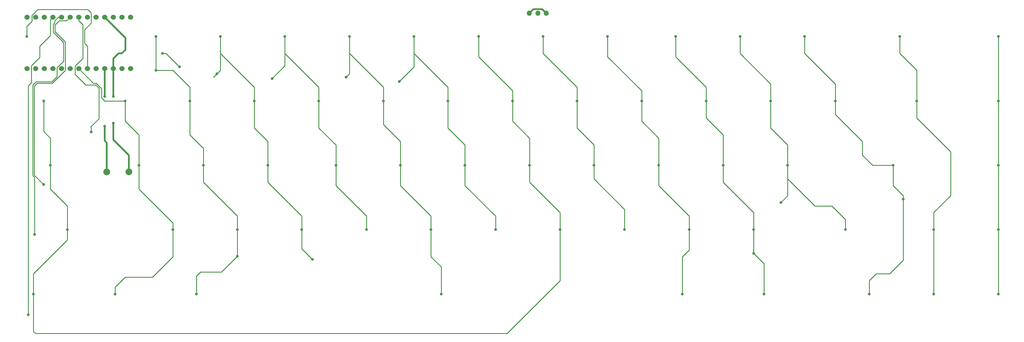
<source format=gtl>
G04 #@! TF.GenerationSoftware,KiCad,Pcbnew,(5.1.4)-1*
G04 #@! TF.CreationDate,2021-12-30T21:43:56+09:00*
G04 #@! TF.ProjectId,gl65,676c3635-2e6b-4696-9361-645f70636258,rev?*
G04 #@! TF.SameCoordinates,Original*
G04 #@! TF.FileFunction,Copper,L1,Top*
G04 #@! TF.FilePolarity,Positive*
%FSLAX46Y46*%
G04 Gerber Fmt 4.6, Leading zero omitted, Abs format (unit mm)*
G04 Created by KiCad (PCBNEW (5.1.4)-1) date 2021-12-30 21:43:56*
%MOMM*%
%LPD*%
G04 APERTURE LIST*
%ADD10C,1.524000*%
%ADD11C,2.000000*%
%ADD12O,1.500000X1.500000*%
%ADD13C,0.800000*%
%ADD14C,0.250000*%
%ADD15C,0.500000*%
G04 APERTURE END LIST*
D10*
X49026750Y-35488600D03*
X46486750Y-35488600D03*
X43946750Y-35488600D03*
X41406750Y-35488600D03*
X38866750Y-35488600D03*
X36326750Y-35488600D03*
X33786750Y-35488600D03*
X31246750Y-35488600D03*
X28706750Y-35488600D03*
X26166750Y-35488600D03*
X23626750Y-35488600D03*
X21086750Y-35488600D03*
X21086750Y-20268600D03*
X23626750Y-20268600D03*
X26166750Y-20268600D03*
X28706750Y-20268600D03*
X31246750Y-20268600D03*
X33786750Y-20268600D03*
X36326750Y-20268600D03*
X38866750Y-20268600D03*
X41406750Y-20268600D03*
X43946750Y-20268600D03*
X46486750Y-20268600D03*
X49026750Y-20268600D03*
X51566750Y-20268600D03*
X51566750Y-35488600D03*
D11*
X51070000Y-65980000D03*
X44570000Y-65980000D03*
D12*
X168950000Y-19100000D03*
X171450000Y-19100000D03*
X173950000Y-19100000D03*
D13*
X61000000Y-31000000D03*
X66000000Y-35000000D03*
X39967500Y-54162500D03*
X25980000Y-69640000D03*
X23300000Y-84410000D03*
X21460000Y-108090000D03*
X173831250Y-19050000D03*
X169068750Y-19050000D03*
X46486750Y-43686750D03*
X46486750Y-51513250D03*
X23000000Y-102000000D03*
X178000000Y-83000000D03*
X33000000Y-83000000D03*
X28000000Y-64000000D03*
X169000000Y-64000000D03*
X164000000Y-45000000D03*
X26000000Y-45000000D03*
X154000000Y-26000000D03*
X21000000Y-26000000D03*
X47000000Y-102000000D03*
X197000000Y-83000000D03*
X64000000Y-83000000D03*
X54000000Y-64000000D03*
X188000000Y-64000000D03*
X50000000Y-45000000D03*
X183000000Y-45000000D03*
X173000000Y-26000000D03*
X59000000Y-26000000D03*
X71000000Y-102000000D03*
X83000000Y-83000000D03*
X73000000Y-64000000D03*
X69000000Y-45000000D03*
X214000000Y-102000000D03*
X216000000Y-83000000D03*
X207000000Y-64000000D03*
X202000000Y-45000000D03*
X192000000Y-26000000D03*
X82985000Y-90815000D03*
X59000000Y-36000000D03*
X102000000Y-83000000D03*
X92000000Y-64000000D03*
X88000000Y-45000000D03*
X78000000Y-26000000D03*
X238000000Y-102000000D03*
X235000000Y-83000000D03*
X226000000Y-64000000D03*
X221000000Y-45000000D03*
X212000000Y-26000000D03*
X105130000Y-91750000D03*
X235000000Y-90000000D03*
X77000000Y-37000000D03*
X121000000Y-83000000D03*
X112000000Y-64000000D03*
X107000000Y-45000000D03*
X97000000Y-26000000D03*
X262000000Y-83000000D03*
X245000000Y-64000000D03*
X240000000Y-45000000D03*
X231000000Y-26000000D03*
X243000000Y-75000000D03*
X93200020Y-38400020D03*
X143000000Y-102000000D03*
X140000000Y-83000000D03*
X131000000Y-64000000D03*
X126000000Y-45000000D03*
X116000000Y-26000000D03*
X269000000Y-102000000D03*
X276000000Y-64000000D03*
X259000000Y-45000000D03*
X250000000Y-26000000D03*
X279000000Y-74000000D03*
X115000000Y-38000000D03*
X159000000Y-83000000D03*
X150000000Y-64000000D03*
X145000000Y-45000000D03*
X135000000Y-26000000D03*
X288000000Y-102000000D03*
X288000000Y-83000000D03*
X283000000Y-45000000D03*
X278000000Y-26000000D03*
X130640040Y-39300040D03*
X307000000Y-102000000D03*
X307000000Y-83000000D03*
X307000000Y-64000000D03*
X307000000Y-45000000D03*
X307000000Y-26000000D03*
X43946750Y-43656750D03*
X43946750Y-52446750D03*
D14*
X61000000Y-31000000D02*
X62000000Y-31000000D01*
X62000000Y-31000000D02*
X66000000Y-35000000D01*
X66000000Y-35000000D02*
X66000000Y-35000000D01*
X39840000Y-52660000D02*
X39967500Y-52787500D01*
X42240000Y-41260000D02*
X42240000Y-50260000D01*
X39967500Y-52787500D02*
X39967500Y-54162500D01*
X42240000Y-50260000D02*
X39840000Y-52660000D01*
X36326750Y-21346230D02*
X37500000Y-22519480D01*
X36326750Y-20268600D02*
X36326750Y-21346230D01*
X37500000Y-22519480D02*
X37500000Y-32460000D01*
X35239749Y-34720251D02*
X35239749Y-37200251D01*
X37500000Y-32460000D02*
X35239749Y-34720251D01*
X38349498Y-40310000D02*
X41290000Y-40310000D01*
X35239749Y-37200251D02*
X38349498Y-40310000D01*
X41290000Y-40310000D02*
X42240000Y-41260000D01*
X32699749Y-21355601D02*
X33786750Y-20268600D01*
X30553397Y-21355601D02*
X32699749Y-21355601D01*
X29289999Y-22618999D02*
X30553397Y-21355601D01*
X29289999Y-24519999D02*
X29289999Y-22618999D01*
X32329999Y-27559999D02*
X29289999Y-24519999D01*
X32329999Y-34963087D02*
X32329999Y-27559999D01*
X32333751Y-34966839D02*
X32329999Y-34963087D01*
X23260000Y-66920000D02*
X23260000Y-40610000D01*
X25980000Y-69640000D02*
X23260000Y-66920000D01*
X23260000Y-40610000D02*
X24070000Y-39800000D01*
X24070000Y-39800000D02*
X28544112Y-39800000D01*
X28544112Y-39800000D02*
X32333751Y-36010361D01*
X32333751Y-36010361D02*
X32333751Y-34966839D01*
X28839989Y-22432599D02*
X28839990Y-24706400D01*
X29260000Y-22012588D02*
X28839989Y-22432599D01*
X29260000Y-21324112D02*
X29260000Y-22012588D01*
X31246750Y-20268600D02*
X30315512Y-20268600D01*
X30315512Y-20268600D02*
X29260000Y-21324112D01*
X28839990Y-24706400D02*
X31879989Y-27746399D01*
X29900000Y-35226588D02*
X29900000Y-37807702D01*
X31879989Y-27746399D02*
X31879989Y-33246599D01*
X31879989Y-33246599D02*
X29900000Y-35226588D01*
X29900000Y-37807702D02*
X28357712Y-39349990D01*
X28357712Y-39349990D02*
X24160000Y-39349990D01*
X24160000Y-39349990D02*
X23760010Y-39349990D01*
X22809990Y-67106400D02*
X23300000Y-67596410D01*
X23760010Y-39349990D02*
X22809990Y-40300010D01*
X22809990Y-40300010D02*
X22809990Y-67106400D01*
X23300000Y-67596410D02*
X23300000Y-84410000D01*
X23300000Y-84410000D02*
X23300000Y-84410000D01*
X27944751Y-21030599D02*
X27944751Y-25715249D01*
X28706750Y-20268600D02*
X27944751Y-21030599D01*
X24820001Y-28839999D02*
X24820001Y-32159999D01*
X27944751Y-25715249D02*
X24820001Y-28839999D01*
X24820001Y-32159999D02*
X22380000Y-34600000D01*
X22380000Y-34600000D02*
X22380000Y-39610000D01*
X22380000Y-39610000D02*
X21460000Y-40530000D01*
X21460000Y-40530000D02*
X21460000Y-108090000D01*
X21460000Y-108090000D02*
X21460000Y-108090000D01*
D15*
X169468749Y-18650001D02*
X169068750Y-19050000D01*
X170218751Y-17899999D02*
X169468749Y-18650001D01*
X172749999Y-17899999D02*
X170218751Y-17899999D01*
X173950000Y-19100000D02*
X172749999Y-17899999D01*
X46486750Y-32513250D02*
X46486750Y-35488600D01*
X48000000Y-31000000D02*
X46486750Y-32513250D01*
X49000000Y-31000000D02*
X48000000Y-31000000D01*
X50075001Y-29924999D02*
X49000000Y-31000000D01*
X43946750Y-20268600D02*
X50075001Y-26396851D01*
X50075001Y-26396851D02*
X50075001Y-29924999D01*
X46486750Y-35488600D02*
X46486750Y-43686750D01*
X46486750Y-43686750D02*
X46486750Y-43686750D01*
X46486750Y-51513250D02*
X46486750Y-56486750D01*
X51070000Y-61070000D02*
X51070000Y-65980000D01*
X46486750Y-56486750D02*
X51070000Y-61070000D01*
D14*
X154000000Y-26000000D02*
X154000000Y-32000000D01*
X154000000Y-32000000D02*
X164000000Y-42000000D01*
X164000000Y-42000000D02*
X164000000Y-45000000D01*
X169000000Y-56000000D02*
X169000000Y-64000000D01*
X164000000Y-45000000D02*
X164000000Y-51000000D01*
X164000000Y-51000000D02*
X169000000Y-56000000D01*
X169000000Y-64000000D02*
X169000000Y-69000000D01*
X169000000Y-69000000D02*
X178000000Y-78000000D01*
X178000000Y-78000000D02*
X178000000Y-83000000D01*
X28000000Y-56000000D02*
X28000000Y-64000000D01*
X26000000Y-45000000D02*
X26000000Y-54000000D01*
X26000000Y-54000000D02*
X28000000Y-56000000D01*
X28000000Y-64000000D02*
X28000000Y-71000000D01*
X28000000Y-71000000D02*
X33000000Y-76000000D01*
X33000000Y-76000000D02*
X33000000Y-83000000D01*
X23000000Y-96000000D02*
X23000000Y-102000000D01*
X33000000Y-83000000D02*
X33000000Y-86000000D01*
X33000000Y-86000000D02*
X23000000Y-96000000D01*
X178000000Y-98000000D02*
X178000000Y-83000000D01*
X162374999Y-113625001D02*
X178000000Y-98000000D01*
X23625001Y-113625001D02*
X162374999Y-113625001D01*
X23000000Y-102000000D02*
X23000000Y-113000000D01*
X23000000Y-113000000D02*
X23625001Y-113625001D01*
X40000000Y-19000000D02*
X39000000Y-18000000D01*
X40000000Y-22000000D02*
X40000000Y-19000000D01*
X38000000Y-24000000D02*
X40000000Y-22000000D01*
X38000000Y-28000000D02*
X38000000Y-24000000D01*
X38866750Y-35488600D02*
X38866750Y-28866750D01*
X38866750Y-28866750D02*
X38000000Y-28000000D01*
X39000000Y-18000000D02*
X24286588Y-18000000D01*
X22539749Y-19746839D02*
X22539749Y-21460251D01*
X24286588Y-18000000D02*
X22539749Y-19746839D01*
X22539749Y-21460251D02*
X21000000Y-23000000D01*
X21000000Y-23000000D02*
X21000000Y-26000000D01*
X21000000Y-26000000D02*
X21000000Y-26000000D01*
X173000000Y-26000000D02*
X173000000Y-31000000D01*
X173000000Y-31000000D02*
X183000000Y-41000000D01*
X183000000Y-41000000D02*
X183000000Y-45000000D01*
X197000000Y-77000000D02*
X197000000Y-83000000D01*
X188000000Y-68000000D02*
X197000000Y-77000000D01*
X188000000Y-58000000D02*
X188000000Y-68000000D01*
X183000000Y-45000000D02*
X183000000Y-53000000D01*
X183000000Y-53000000D02*
X188000000Y-58000000D01*
X50000000Y-45000000D02*
X50000000Y-51000000D01*
X50000000Y-51000000D02*
X54000000Y-55000000D01*
X54000000Y-55000000D02*
X54000000Y-64000000D01*
X54000000Y-64000000D02*
X54000000Y-71000000D01*
X54000000Y-71000000D02*
X64000000Y-81000000D01*
X64000000Y-81000000D02*
X64000000Y-83000000D01*
X47000000Y-100000000D02*
X47000000Y-102000000D01*
X50000000Y-97000000D02*
X47000000Y-100000000D01*
X58000000Y-97000000D02*
X50000000Y-97000000D01*
X64000000Y-83000000D02*
X64000000Y-91000000D01*
X64000000Y-91000000D02*
X58000000Y-97000000D01*
X36326750Y-35488600D02*
X40588139Y-39749989D01*
X40588139Y-39749989D02*
X41419989Y-39749989D01*
X41419989Y-39749989D02*
X43030000Y-41360000D01*
X43030000Y-41360000D02*
X43030000Y-44080000D01*
X43950000Y-45000000D02*
X50000000Y-45000000D01*
X43030000Y-44080000D02*
X43950000Y-45000000D01*
X192000000Y-32000000D02*
X202000000Y-42000000D01*
X202000000Y-42000000D02*
X202000000Y-45000000D01*
X216000000Y-79000000D02*
X216000000Y-83000000D01*
X207000000Y-70000000D02*
X216000000Y-79000000D01*
X207000000Y-56000000D02*
X207000000Y-70000000D01*
X202000000Y-45000000D02*
X202000000Y-51000000D01*
X202000000Y-51000000D02*
X207000000Y-56000000D01*
X216000000Y-83000000D02*
X216000000Y-89000000D01*
X216000000Y-89000000D02*
X214000000Y-91000000D01*
X214000000Y-91000000D02*
X214000000Y-102000000D01*
X69000000Y-41000000D02*
X69000000Y-45000000D01*
X73000000Y-59000000D02*
X73000000Y-64000000D01*
X69000000Y-45000000D02*
X69000000Y-55000000D01*
X69000000Y-55000000D02*
X73000000Y-59000000D01*
X73000000Y-64000000D02*
X73000000Y-69000000D01*
X73000000Y-69000000D02*
X83000000Y-79000000D01*
X83000000Y-79000000D02*
X83000000Y-83000000D01*
X83000000Y-83000000D02*
X83000000Y-90800000D01*
X83000000Y-90800000D02*
X82985000Y-90815000D01*
X78300000Y-95500000D02*
X72200000Y-95500000D01*
X71000000Y-96700000D02*
X71000000Y-102000000D01*
X72200000Y-95500000D02*
X71000000Y-96700000D01*
X192000000Y-26000000D02*
X192000000Y-31300000D01*
X192000000Y-31300000D02*
X192000000Y-32000000D01*
X82985000Y-90815000D02*
X78300000Y-95500000D01*
X59000000Y-26000000D02*
X59000000Y-34000000D01*
X59000000Y-34000000D02*
X59000000Y-36000000D01*
X59000000Y-36000000D02*
X59000000Y-36000000D01*
X64000000Y-36000000D02*
X69000000Y-41000000D01*
X59000000Y-36000000D02*
X64000000Y-36000000D01*
X212000000Y-26000000D02*
X212000000Y-32000000D01*
X212000000Y-32000000D02*
X221000000Y-41000000D01*
X221000000Y-41000000D02*
X221000000Y-45000000D01*
X221000000Y-45000000D02*
X221000000Y-50000000D01*
X221000000Y-50000000D02*
X226000000Y-55000000D01*
X226000000Y-55000000D02*
X226000000Y-64000000D01*
X226000000Y-64000000D02*
X226000000Y-69000000D01*
X235000000Y-78000000D02*
X235000000Y-83000000D01*
X235000000Y-83000000D02*
X235000000Y-90000000D01*
X235000000Y-90000000D02*
X238000000Y-93000000D01*
X238000000Y-93000000D02*
X238000000Y-102000000D01*
X78000000Y-26000000D02*
X78000000Y-31000000D01*
X78000000Y-31000000D02*
X88000000Y-41000000D01*
X88000000Y-41000000D02*
X88000000Y-45000000D01*
X92000000Y-57000000D02*
X92000000Y-64000000D01*
X88000000Y-45000000D02*
X88000000Y-53000000D01*
X88000000Y-53000000D02*
X92000000Y-57000000D01*
X92000000Y-64000000D02*
X92000000Y-69000000D01*
X92000000Y-69000000D02*
X102000000Y-79000000D01*
X102000000Y-79000000D02*
X102000000Y-83000000D01*
X226000000Y-69000000D02*
X235000000Y-78000000D01*
X102000000Y-83000000D02*
X102000000Y-87290000D01*
X102000000Y-87290000D02*
X102000000Y-87930000D01*
X102000000Y-87930000D02*
X102000000Y-88620000D01*
X102000000Y-88620000D02*
X105130000Y-91750000D01*
X105130000Y-91750000D02*
X105130000Y-91750000D01*
X235000000Y-90000000D02*
X235000000Y-90000000D01*
X78000000Y-31000000D02*
X78000000Y-36000000D01*
X78000000Y-36000000D02*
X77000000Y-37000000D01*
X77000000Y-37000000D02*
X76000000Y-38000000D01*
X231000000Y-26000000D02*
X231000000Y-31000000D01*
X231000000Y-31000000D02*
X240000000Y-40000000D01*
X240000000Y-40000000D02*
X240000000Y-45000000D01*
X245000000Y-58000000D02*
X245000000Y-64000000D01*
X240000000Y-45000000D02*
X240000000Y-53000000D01*
X240000000Y-53000000D02*
X245000000Y-58000000D01*
X262000000Y-80000000D02*
X262000000Y-83000000D01*
X258000000Y-76000000D02*
X262000000Y-80000000D01*
X253000000Y-76000000D02*
X258000000Y-76000000D01*
X245000000Y-64000000D02*
X245000000Y-68000000D01*
X245000000Y-68000000D02*
X252000000Y-75000000D01*
X97000000Y-26000000D02*
X97000000Y-31000000D01*
X97000000Y-31000000D02*
X107000000Y-41000000D01*
X107000000Y-41000000D02*
X107000000Y-45000000D01*
X112000000Y-58000000D02*
X112000000Y-64000000D01*
X107000000Y-45000000D02*
X107000000Y-53000000D01*
X107000000Y-53000000D02*
X112000000Y-58000000D01*
X121000000Y-79000000D02*
X121000000Y-83000000D01*
X112000000Y-64000000D02*
X112000000Y-70000000D01*
X112000000Y-70000000D02*
X121000000Y-79000000D01*
X252000000Y-75000000D02*
X253000000Y-76000000D01*
X245000000Y-68000000D02*
X245000000Y-72000000D01*
X245000000Y-72000000D02*
X245000000Y-73000000D01*
X245000000Y-73000000D02*
X243000000Y-75000000D01*
X243000000Y-75000000D02*
X243000000Y-75000000D01*
X97000000Y-34600040D02*
X93200020Y-38400020D01*
X97000000Y-31000000D02*
X97000000Y-34600040D01*
X250000000Y-26000000D02*
X250000000Y-31000000D01*
X250000000Y-31000000D02*
X259000000Y-40000000D01*
X259000000Y-40000000D02*
X259000000Y-45000000D01*
X259000000Y-45000000D02*
X259000000Y-49000000D01*
X259000000Y-49000000D02*
X267000000Y-57000000D01*
X267000000Y-57000000D02*
X267000000Y-61000000D01*
X267000000Y-61000000D02*
X270000000Y-64000000D01*
X270000000Y-64000000D02*
X276000000Y-64000000D01*
X269000000Y-98000000D02*
X269000000Y-102000000D01*
X276000000Y-70000000D02*
X279000000Y-73000000D01*
X279000000Y-73000000D02*
X279000000Y-74000000D01*
X279000000Y-92000000D02*
X275000000Y-96000000D01*
X275000000Y-96000000D02*
X271000000Y-96000000D01*
X276000000Y-64000000D02*
X276000000Y-70000000D01*
X271000000Y-96000000D02*
X269000000Y-98000000D01*
X126000000Y-41000000D02*
X126000000Y-45000000D01*
X116000000Y-26000000D02*
X116000000Y-31000000D01*
X116000000Y-31000000D02*
X126000000Y-41000000D01*
X131000000Y-57000000D02*
X131000000Y-64000000D01*
X126000000Y-45000000D02*
X126000000Y-52000000D01*
X126000000Y-52000000D02*
X131000000Y-57000000D01*
X131000000Y-64000000D02*
X131000000Y-70000000D01*
X131000000Y-70000000D02*
X140000000Y-79000000D01*
X140000000Y-79000000D02*
X140000000Y-83000000D01*
X143000000Y-94000000D02*
X143000000Y-102000000D01*
X140000000Y-83000000D02*
X140000000Y-91000000D01*
X140000000Y-91000000D02*
X143000000Y-94000000D01*
X279000000Y-74000000D02*
X279000000Y-92000000D01*
X116000000Y-31000000D02*
X116000000Y-36000000D01*
X116000000Y-36000000D02*
X116000000Y-37000000D01*
X116000000Y-37000000D02*
X115000000Y-38000000D01*
X115000000Y-38000000D02*
X115000000Y-38000000D01*
X288000000Y-102000000D02*
X288000000Y-83000000D01*
X278000000Y-26000000D02*
X278000000Y-31000000D01*
X278000000Y-31000000D02*
X283000000Y-36000000D01*
X283000000Y-36000000D02*
X283000000Y-45000000D01*
X283000000Y-45000000D02*
X283000000Y-50000000D01*
X283000000Y-50000000D02*
X293000000Y-60000000D01*
X292943749Y-60056251D02*
X292943749Y-72943749D01*
X293000000Y-60000000D02*
X292943749Y-60056251D01*
X292943749Y-72943749D02*
X288000000Y-77887498D01*
X288000000Y-77887498D02*
X288000000Y-83000000D01*
X135000000Y-26000000D02*
X135000000Y-31000000D01*
X135000000Y-31000000D02*
X145000000Y-41000000D01*
X145000000Y-41000000D02*
X145000000Y-45000000D01*
X150000000Y-58000000D02*
X150000000Y-64000000D01*
X145000000Y-45000000D02*
X145000000Y-53000000D01*
X145000000Y-53000000D02*
X150000000Y-58000000D01*
X150000000Y-64000000D02*
X150000000Y-70000000D01*
X150000000Y-70000000D02*
X159000000Y-79000000D01*
X159000000Y-79000000D02*
X159000000Y-83000000D01*
X135000000Y-34940080D02*
X130640040Y-39300040D01*
X135000000Y-31000000D02*
X135000000Y-34940080D01*
X307000000Y-102000000D02*
X307000000Y-83000000D01*
X307000000Y-64000000D02*
X307000000Y-83000000D01*
X307000000Y-64000000D02*
X307000000Y-45000000D01*
X307000000Y-45000000D02*
X307000000Y-26000000D01*
D15*
X43946750Y-35488600D02*
X43946750Y-43656750D01*
D14*
X43946750Y-43656750D02*
X43946750Y-43656750D01*
D15*
X43946750Y-52446750D02*
X43946750Y-56756750D01*
X44570000Y-57380000D02*
X44570000Y-65980000D01*
X43946750Y-56756750D02*
X44570000Y-57380000D01*
M02*

</source>
